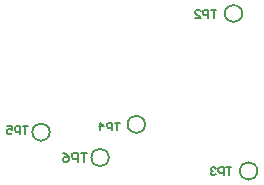
<source format=gbo>
G04*
G04 #@! TF.GenerationSoftware,Altium Limited,Altium Designer,24.5.2 (23)*
G04*
G04 Layer_Color=32896*
%FSLAX44Y44*%
%MOMM*%
G71*
G04*
G04 #@! TF.SameCoordinates,3EA6B18B-4548-4CAF-BF52-0E37F5A7FA18*
G04*
G04*
G04 #@! TF.FilePolarity,Positive*
G04*
G01*
G75*
%ADD12C,0.1270*%
%ADD14C,0.1524*%
D12*
X466087Y732789D02*
X461008D01*
X463548D01*
Y725171D01*
X458469D02*
Y732789D01*
X454660D01*
X453391Y731519D01*
Y728980D01*
X454660Y727710D01*
X458469D01*
X445773Y732789D02*
X448312Y731519D01*
X450852Y728980D01*
Y726441D01*
X449582Y725171D01*
X447043D01*
X445773Y726441D01*
Y727710D01*
X447043Y728980D01*
X450852D01*
X416396Y755217D02*
X411995D01*
X414196D01*
Y748615D01*
X409795D02*
Y755217D01*
X406494D01*
X405393Y754117D01*
Y751916D01*
X406494Y750816D01*
X409795D01*
X398792Y755217D02*
X403193D01*
Y751916D01*
X400992Y753016D01*
X399892D01*
X398792Y751916D01*
Y749715D01*
X399892Y748615D01*
X402093D01*
X403193Y749715D01*
X494225Y758583D02*
X489823D01*
X492024D01*
Y751981D01*
X487623D02*
Y758583D01*
X484322D01*
X483221Y757483D01*
Y755282D01*
X484322Y754182D01*
X487623D01*
X477720Y751981D02*
Y758583D01*
X481021Y755282D01*
X476619D01*
X588730Y720582D02*
X584329D01*
X586530D01*
Y713980D01*
X582128D02*
Y720582D01*
X578828D01*
X577727Y719482D01*
Y717281D01*
X578828Y716181D01*
X582128D01*
X575527Y719482D02*
X574426Y720582D01*
X572226D01*
X571125Y719482D01*
Y718381D01*
X572226Y717281D01*
X573326D01*
X572226D01*
X571125Y716181D01*
Y715080D01*
X572226Y713980D01*
X574426D01*
X575527Y715080D01*
X575853Y853701D02*
X571451D01*
X573652D01*
Y847099D01*
X569251D02*
Y853701D01*
X565950D01*
X564849Y852601D01*
Y850400D01*
X565950Y849300D01*
X569251D01*
X558247Y847099D02*
X562649D01*
X558247Y851500D01*
Y852601D01*
X559348Y853701D01*
X561548D01*
X562649Y852601D01*
D14*
X484886Y728980D02*
G03*
X484886Y728980I-7366J0D01*
G01*
X434876Y750456D02*
G03*
X434876Y750456I-7366J0D01*
G01*
X610616Y717550D02*
G03*
X610616Y717550I-7366J0D01*
G01*
X515616Y757000D02*
G03*
X515616Y757000I-7366J0D01*
G01*
X597916Y850900D02*
G03*
X597916Y850900I-7366J0D01*
G01*
M02*

</source>
